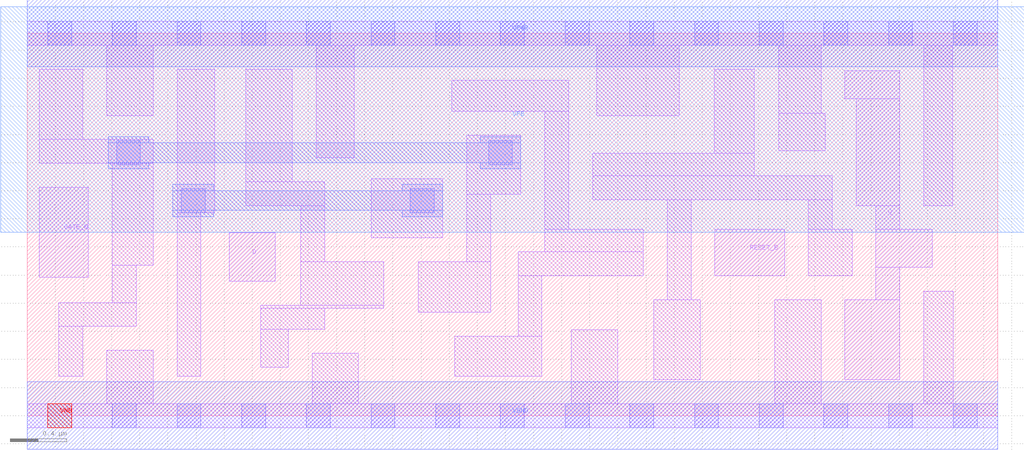
<source format=lef>
# Copyright 2020 The SkyWater PDK Authors
#
# Licensed under the Apache License, Version 2.0 (the "License");
# you may not use this file except in compliance with the License.
# You may obtain a copy of the License at
#
#     https://www.apache.org/licenses/LICENSE-2.0
#
# Unless required by applicable law or agreed to in writing, software
# distributed under the License is distributed on an "AS IS" BASIS,
# WITHOUT WARRANTIES OR CONDITIONS OF ANY KIND, either express or implied.
# See the License for the specific language governing permissions and
# limitations under the License.
#
# SPDX-License-Identifier: Apache-2.0

VERSION 5.7 ;
  NOWIREEXTENSIONATPIN ON ;
  DIVIDERCHAR "/" ;
  BUSBITCHARS "[]" ;
PROPERTYDEFINITIONS
  MACRO maskLayoutSubType STRING ;
  MACRO prCellType STRING ;
  MACRO originalViewName STRING ;
END PROPERTYDEFINITIONS
MACRO sky130_fd_sc_hdll__dlrtn_2
  CLASS CORE ;
  FOREIGN sky130_fd_sc_hdll__dlrtn_2 ;
  ORIGIN  0.000000  0.000000 ;
  SIZE  6.900000 BY  2.720000 ;
  SYMMETRY X Y R90 ;
  SITE unithd ;
  PIN D
    ANTENNAGATEAREA  0.178200 ;
    DIRECTION INPUT ;
    USE SIGNAL ;
    PORT
      LAYER li1 ;
        RECT 1.435000 0.955000 1.765000 1.300000 ;
    END
  END D
  PIN GATE_N
    ANTENNAGATEAREA  0.178200 ;
    DIRECTION INPUT ;
    USE SIGNAL ;
    PORT
      LAYER li1 ;
        RECT 0.085000 0.985000 0.435000 1.625000 ;
    END
  END GATE_N
  PIN Q
    ANTENNADIFFAREA  0.465500 ;
    DIRECTION OUTPUT ;
    USE SIGNAL ;
    PORT
      LAYER li1 ;
        RECT 5.815000 0.255000 6.205000 0.825000 ;
        RECT 5.815000 2.255000 6.205000 2.455000 ;
        RECT 5.895000 1.495000 6.205000 2.255000 ;
        RECT 6.035000 0.825000 6.205000 1.055000 ;
        RECT 6.035000 1.055000 6.435000 1.325000 ;
        RECT 6.035000 1.325000 6.205000 1.495000 ;
    END
  END Q
  PIN RESET_B
    ANTENNAGATEAREA  0.277500 ;
    DIRECTION INPUT ;
    USE SIGNAL ;
    PORT
      LAYER li1 ;
        RECT 4.890000 0.995000 5.385000 1.325000 ;
    END
  END RESET_B
  PIN VGND
    DIRECTION INOUT ;
    USE GROUND ;
    PORT
      LAYER met1 ;
        RECT 0.000000 -0.240000 6.900000 0.240000 ;
    END
  END VGND
  PIN VNB
    DIRECTION INOUT ;
    USE GROUND ;
    PORT
      LAYER pwell ;
        RECT 0.145000 -0.085000 0.315000 0.085000 ;
    END
  END VNB
  PIN VPB
    DIRECTION INOUT ;
    USE POWER ;
    PORT
      LAYER nwell ;
        RECT -0.190000 1.305000 7.090000 2.910000 ;
    END
  END VPB
  PIN VPWR
    DIRECTION INOUT ;
    USE POWER ;
    PORT
      LAYER met1 ;
        RECT 0.000000 2.480000 6.900000 2.960000 ;
    END
  END VPWR
  OBS
    LAYER li1 ;
      RECT 0.000000 -0.085000 6.900000 0.085000 ;
      RECT 0.000000  2.635000 6.900000 2.805000 ;
      RECT 0.085000  1.795000 0.895000 1.965000 ;
      RECT 0.085000  1.965000 0.395000 2.465000 ;
      RECT 0.225000  0.280000 0.395000 0.635000 ;
      RECT 0.225000  0.635000 0.775000 0.805000 ;
      RECT 0.565000  0.085000 0.895000 0.465000 ;
      RECT 0.565000  2.135000 0.895000 2.635000 ;
      RECT 0.605000  0.805000 0.775000 1.070000 ;
      RECT 0.605000  1.070000 0.895000 1.795000 ;
      RECT 1.065000  0.280000 1.235000 1.445000 ;
      RECT 1.065000  1.445000 1.335000 2.465000 ;
      RECT 1.555000  1.495000 2.115000 1.665000 ;
      RECT 1.555000  1.665000 1.885000 2.465000 ;
      RECT 1.660000  0.345000 1.855000 0.615000 ;
      RECT 1.660000  0.615000 2.115000 0.765000 ;
      RECT 1.660000  0.765000 2.535000 0.785000 ;
      RECT 1.945000  0.785000 2.535000 1.095000 ;
      RECT 1.945000  1.095000 2.115000 1.495000 ;
      RECT 2.025000  0.085000 2.355000 0.445000 ;
      RECT 2.055000  1.835000 2.325000 2.635000 ;
      RECT 2.445000  1.265000 2.955000 1.685000 ;
      RECT 2.780000  0.735000 3.295000 1.095000 ;
      RECT 3.020000  2.165000 3.850000 2.385000 ;
      RECT 3.040000  0.280000 3.660000 0.565000 ;
      RECT 3.125000  1.095000 3.295000 1.575000 ;
      RECT 3.125000  1.575000 3.510000 1.995000 ;
      RECT 3.490000  0.565000 3.660000 0.995000 ;
      RECT 3.490000  0.995000 4.380000 1.165000 ;
      RECT 3.680000  1.165000 4.380000 1.325000 ;
      RECT 3.680000  1.325000 3.850000 2.165000 ;
      RECT 3.870000  0.085000 4.200000 0.610000 ;
      RECT 4.020000  1.535000 5.725000 1.705000 ;
      RECT 4.020000  1.705000 5.170000 1.865000 ;
      RECT 4.050000  2.135000 4.635000 2.635000 ;
      RECT 4.455000  0.255000 4.785000 0.825000 ;
      RECT 4.550000  0.825000 4.720000 1.535000 ;
      RECT 4.885000  1.865000 5.170000 2.465000 ;
      RECT 5.315000  0.085000 5.645000 0.825000 ;
      RECT 5.345000  1.885000 5.675000 2.150000 ;
      RECT 5.345000  2.150000 5.645000 2.635000 ;
      RECT 5.555000  0.995000 5.865000 1.325000 ;
      RECT 5.555000  1.325000 5.725000 1.535000 ;
      RECT 6.375000  0.085000 6.585000 0.885000 ;
      RECT 6.375000  1.495000 6.580000 2.635000 ;
    LAYER mcon ;
      RECT 0.145000 -0.085000 0.315000 0.085000 ;
      RECT 0.145000  2.635000 0.315000 2.805000 ;
      RECT 0.605000 -0.085000 0.775000 0.085000 ;
      RECT 0.605000  2.635000 0.775000 2.805000 ;
      RECT 0.635000  1.785000 0.805000 1.955000 ;
      RECT 1.065000 -0.085000 1.235000 0.085000 ;
      RECT 1.065000  2.635000 1.235000 2.805000 ;
      RECT 1.095000  1.445000 1.265000 1.615000 ;
      RECT 1.525000 -0.085000 1.695000 0.085000 ;
      RECT 1.525000  2.635000 1.695000 2.805000 ;
      RECT 1.985000 -0.085000 2.155000 0.085000 ;
      RECT 1.985000  2.635000 2.155000 2.805000 ;
      RECT 2.445000 -0.085000 2.615000 0.085000 ;
      RECT 2.445000  2.635000 2.615000 2.805000 ;
      RECT 2.725000  1.445000 2.895000 1.615000 ;
      RECT 2.905000 -0.085000 3.075000 0.085000 ;
      RECT 2.905000  2.635000 3.075000 2.805000 ;
      RECT 3.280000  1.785000 3.450000 1.955000 ;
      RECT 3.365000 -0.085000 3.535000 0.085000 ;
      RECT 3.365000  2.635000 3.535000 2.805000 ;
      RECT 3.825000 -0.085000 3.995000 0.085000 ;
      RECT 3.825000  2.635000 3.995000 2.805000 ;
      RECT 4.285000 -0.085000 4.455000 0.085000 ;
      RECT 4.285000  2.635000 4.455000 2.805000 ;
      RECT 4.745000 -0.085000 4.915000 0.085000 ;
      RECT 4.745000  2.635000 4.915000 2.805000 ;
      RECT 5.205000 -0.085000 5.375000 0.085000 ;
      RECT 5.205000  2.635000 5.375000 2.805000 ;
      RECT 5.665000 -0.085000 5.835000 0.085000 ;
      RECT 5.665000  2.635000 5.835000 2.805000 ;
      RECT 6.125000 -0.085000 6.295000 0.085000 ;
      RECT 6.125000  2.635000 6.295000 2.805000 ;
      RECT 6.585000 -0.085000 6.755000 0.085000 ;
      RECT 6.585000  2.635000 6.755000 2.805000 ;
    LAYER met1 ;
      RECT 0.575000 1.755000 0.865000 1.800000 ;
      RECT 0.575000 1.800000 3.510000 1.940000 ;
      RECT 0.575000 1.940000 0.865000 1.985000 ;
      RECT 1.035000 1.415000 1.325000 1.460000 ;
      RECT 1.035000 1.460000 2.955000 1.600000 ;
      RECT 1.035000 1.600000 1.325000 1.645000 ;
      RECT 2.665000 1.415000 2.955000 1.460000 ;
      RECT 2.665000 1.600000 2.955000 1.645000 ;
      RECT 3.220000 1.755000 3.510000 1.800000 ;
      RECT 3.220000 1.940000 3.510000 1.985000 ;
  END
  PROPERTY maskLayoutSubType "abstract" ;
  PROPERTY prCellType "standard" ;
  PROPERTY originalViewName "layout" ;
END sky130_fd_sc_hdll__dlrtn_2
END LIBRARY

</source>
